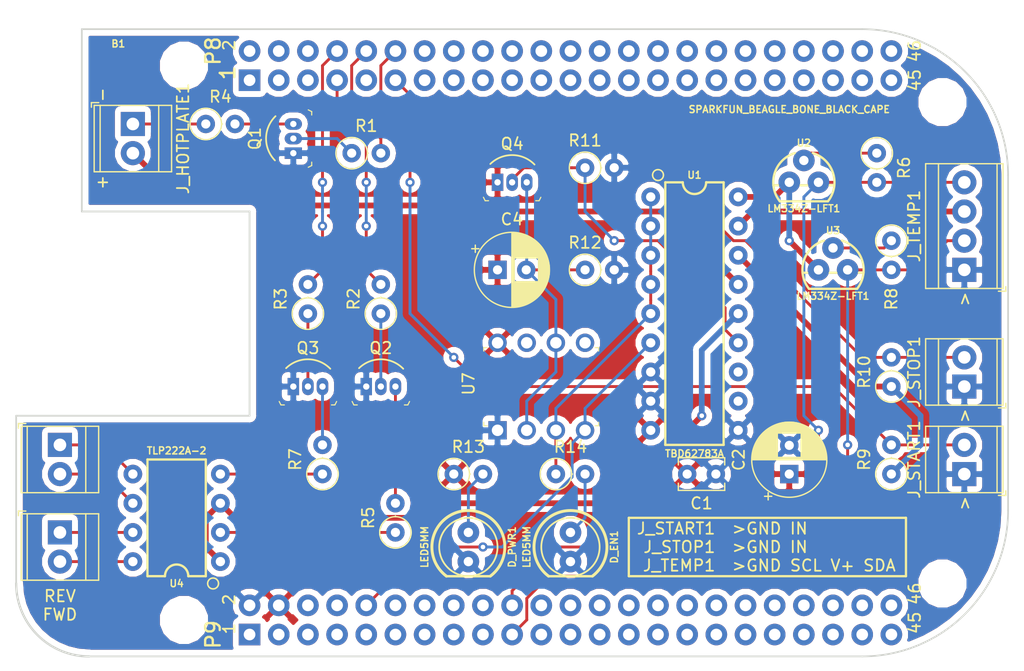
<source format=kicad_pcb>
(kicad_pcb (version 20171130) (host pcbnew 5.0.2+dfsg1-1~bpo9+1)
  (layers (0 F.Cu signal) (31 B.Cu signal) (34 B.Paste user) (35 F.Paste user) (36 B.SilkS user) (37 F.SilkS user) (38 B.Mask user) (39 F.Mask user) (44 Edge.Cuts user))
  (net 0 "")
  (net 1 "Net-(Q2-Pad2)")
  (net 2 "Net-(Q2-Pad3)")
  (net 3 GND)
  (net 4 "Net-(Q1-Pad3)")
  (net 5 "Net-(Q1-Pad2)")
  (net 6 "Net-(Q3-Pad2)")
  (net 7 "Net-(Q3-Pad3)")
  (net 8 /SCL_TEMP)
  (net 9 /VCC_TEMP)
  (net 10 /SDA_TEMP)
  (net 11 "Net-(J_CONVEYOR_FWD1-Pad1)")
  (net 12 "Net-(J_CONVEYOR_FWD1-Pad2)")
  (net 13 "Net-(J_CONVEYOR_REV1-Pad2)")
  (net 14 "Net-(J_CONVEYOR_REV1-Pad1)")
  (net 15 "Net-(J_HOTPLATE1-Pad1)")
  (net 16 /VCC_EN_HOTPLATE)
  (net 17 /GPIO_STOP)
  (net 18 /GPIO_START)
  (net 19 /VCC_PU_SMBUS)
  (net 20 "Net-(R8-Pad1)")
  (net 21 "Net-(R6-Pad1)")
  (net 22 /~SYS_RESET)
  (net 23 +3V3)
  (net 24 "Net-(U1-Pad11)")
  (net 25 "Net-(U1-Pad12)")
  (net 26 /VCC_EN_CONVEYOR)
  (net 27 /VCC_PU_BUTTON)
  (net 28 "Net-(R5-Pad1)")
  (net 29 "Net-(R7-Pad1)")
  (net 30 /GPIO_CONVEYOR_REV)
  (net 31 /GPIO_CONVEYOR_FWD)
  (net 32 /GPIO_HOTPLATE)
  (net 33 "Net-(B1-PadP8.1)")
  (net 34 "Net-(B1-PadP8.2)")
  (net 35 "Net-(B1-PadP8.3)")
  (net 36 "Net-(B1-PadP8.4)")
  (net 37 "Net-(B1-PadP8.5)")
  (net 38 "Net-(B1-PadP8.6)")
  (net 39 "Net-(B1-PadP8.9)")
  (net 40 "Net-(B1-PadP8.13)")
  (net 41 "Net-(B1-PadP8.14)")
  (net 42 "Net-(B1-PadP8.15)")
  (net 43 "Net-(B1-PadP8.16)")
  (net 44 "Net-(B1-PadP8.17)")
  (net 45 "Net-(B1-PadP8.18)")
  (net 46 "Net-(B1-PadP8.19)")
  (net 47 "Net-(B1-PadP8.20)")
  (net 48 "Net-(B1-PadP8.21)")
  (net 49 "Net-(B1-PadP8.22)")
  (net 50 "Net-(B1-PadP8.23)")
  (net 51 "Net-(B1-PadP8.24)")
  (net 52 "Net-(B1-PadP8.25)")
  (net 53 "Net-(B1-PadP8.26)")
  (net 54 "Net-(B1-PadP8.27)")
  (net 55 "Net-(B1-PadP8.28)")
  (net 56 "Net-(B1-PadP8.29)")
  (net 57 "Net-(B1-PadP8.30)")
  (net 58 "Net-(B1-PadP8.31)")
  (net 59 "Net-(B1-PadP8.32)")
  (net 60 "Net-(B1-PadP8.33)")
  (net 61 "Net-(B1-PadP8.34)")
  (net 62 "Net-(B1-PadP8.35)")
  (net 63 "Net-(B1-PadP8.36)")
  (net 64 "Net-(B1-PadP8.37)")
  (net 65 "Net-(B1-PadP8.38)")
  (net 66 "Net-(B1-PadP8.39)")
  (net 67 "Net-(B1-PadP8.40)")
  (net 68 "Net-(B1-PadP8.41)")
  (net 69 "Net-(B1-PadP8.42)")
  (net 70 "Net-(B1-PadP8.43)")
  (net 71 "Net-(B1-PadP8.44)")
  (net 72 "Net-(B1-PadP8.45)")
  (net 73 "Net-(B1-PadP8.46)")
  (net 74 "Net-(B1-PadP9.1)")
  (net 75 "Net-(B1-PadP9.3)")
  (net 76 "Net-(B1-PadP9.5)")
  (net 77 "Net-(B1-PadP9.6)")
  (net 78 "Net-(B1-PadP9.7)")
  (net 79 "Net-(B1-PadP9.8)")
  (net 80 "Net-(B1-PadP9.9)")
  (net 81 "Net-(B1-PadP9.11)")
  (net 82 "Net-(B1-PadP9.12)")
  (net 83 "Net-(B1-PadP9.13)")
  (net 84 "Net-(B1-PadP9.14)")
  (net 85 "Net-(B1-PadP9.15)")
  (net 86 "Net-(B1-PadP9.16)")
  (net 87 "Net-(B1-PadP9.17)")
  (net 88 "Net-(B1-PadP9.18)")
  (net 89 "Net-(B1-PadP9.21)")
  (net 90 "Net-(B1-PadP9.22)")
  (net 91 "Net-(B1-PadP9.23)")
  (net 92 "Net-(B1-PadP9.24)")
  (net 93 "Net-(B1-PadP9.25)")
  (net 94 "Net-(B1-PadP9.26)")
  (net 95 "Net-(B1-PadP9.27)")
  (net 96 "Net-(B1-PadP9.28)")
  (net 97 "Net-(B1-PadP9.29)")
  (net 98 "Net-(B1-PadP9.30)")
  (net 99 "Net-(B1-PadP9.31)")
  (net 100 "Net-(B1-PadP9.32)")
  (net 101 "Net-(B1-PadP9.33)")
  (net 102 "Net-(B1-PadP9.34)")
  (net 103 "Net-(B1-PadP9.35)")
  (net 104 "Net-(B1-PadP9.36)")
  (net 105 "Net-(B1-PadP9.37)")
  (net 106 "Net-(B1-PadP9.38)")
  (net 107 "Net-(B1-PadP9.39)")
  (net 108 "Net-(B1-PadP9.40)")
  (net 109 "Net-(B1-PadP9.41)")
  (net 110 "Net-(B1-PadP9.42)")
  (net 111 "Net-(B1-PadP9.43)")
  (net 112 "Net-(B1-PadP9.44)")
  (net 113 "Net-(B1-PadP9.45)")
  (net 114 "Net-(B1-PadP9.46)")
  (net 115 "Net-(Q4-Pad2)")
  (net 116 "Net-(C4-Pad2)")
  (net 117 /SYS_ENABLE)
  (net 118 "Net-(U7-Pad5)")
  (net 119 "Net-(U7-Pad7)")
  (net 120 "Net-(D_PWR1-PadA)")
  (net 121 "Net-(D_EN1-PadA)")
  (module LED_5MM (layer F.Cu) (at 142.24 111.125 270)
    (fp_text reference D_PWR1 (at 0 -3.81 270) (layer F.SilkS) (effects (font (size 0.6096 0.6096) (thickness 0.127))))
    (fp_text value LED5MM (at 0 3.81 270) (layer F.SilkS) (effects (font (size 0.6096 0.6096) (thickness 0.127))))
    (pad K thru_hole circle (at 1.27 0 270) (size 1.8796 1.8796) (drill 0.8128) (layers *.Cu *.Mask) (net 3 GND))
    (pad A thru_hole circle (at -1.27 0 270) (size 1.8796 1.8796) (drill 0.8128) (layers *.Cu *.Mask) (net 120 "Net-(D_PWR1-PadA)"))
  )
  (module LED_5MM (layer F.Cu) (at 151.13 111.125 270)
    (fp_text reference D_EN1 (at 0 -3.81 270) (layer F.SilkS) (effects (font (size 0.6096 0.6096) (thickness 0.127))))
    (fp_text value LED5MM (at 0 3.81 270) (layer F.SilkS) (effects (font (size 0.6096 0.6096) (thickness 0.127))))
    (pad A thru_hole circle (at -1.27 0 270) (size 1.8796 1.8796) (drill 0.8128) (layers *.Cu *.Mask) (net 121 "Net-(D_EN1-PadA)"))
    (pad K thru_hole circle (at 1.27 0 270) (size 1.8796 1.8796) (drill 0.8128) (layers *.Cu *.Mask) (net 3 GND))
  )
  (module Resistor_THT:R_Axial_DIN0207_L6.3mm_D2.5mm_P2.54mm_Vertical (layer F.Cu) (at 149.86 104.775)
    (fp_text reference R14 (at 1.27 -2.37) (layer F.SilkS))
    (fp_text value 180)
    (pad 2 thru_hole oval (at 2.54 0) (size 1.6 1.6) (drill 0.8) (layers *.Cu *.Mask) (net 121 "Net-(D_EN1-PadA)"))
    (pad 1 thru_hole circle (at 0 0) (size 1.6 1.6) (drill 0.8) (layers *.Cu *.Mask) (net 117 /SYS_ENABLE))
  )
  (module Resistor_THT:R_Axial_DIN0207_L6.3mm_D2.5mm_P2.54mm_Vertical (layer F.Cu) (at 140.97 104.775)
    (fp_text reference R13 (at 1.27 -2.37) (layer F.SilkS))
    (fp_text value 180)
    (pad 1 thru_hole circle (at 0 0) (size 1.6 1.6) (drill 0.8) (layers *.Cu *.Mask) (net 23 +3V3))
    (pad 2 thru_hole oval (at 2.54 0) (size 1.6 1.6) (drill 0.8) (layers *.Cu *.Mask) (net 120 "Net-(D_PWR1-PadA)"))
  )
  (module Capacitor_THT:CP_Radial_D6.3mm_P2.50mm (layer F.Cu) (at 144.78 86.995)
    (fp_text reference C4 (at 1.25 -4.4) (layer F.SilkS))
    (fp_text value 100u)
    (pad 1 thru_hole rect (at 0 0) (size 1.6 1.6) (drill 0.8) (layers *.Cu *.Mask) (net 23 +3V3))
    (pad 2 thru_hole circle (at 2.5 0) (size 1.6 1.6) (drill 0.8) (layers *.Cu *.Mask) (net 116 "Net-(C4-Pad2)"))
  )
  (module Resistor_THT:R_Axial_DIN0207_L6.3mm_D2.5mm_P2.54mm_Vertical (layer F.Cu) (at 152.4 78.105)
    (fp_text reference R11 (at 0 -2.37) (layer F.SilkS))
    (fp_text value 750)
    (pad 2 thru_hole oval (at 2.54 0) (size 1.6 1.6) (drill 0.8) (layers *.Cu *.Mask) (net 3 GND))
    (pad 1 thru_hole circle (at 0 0) (size 1.6 1.6) (drill 0.8) (layers *.Cu *.Mask) (net 115 "Net-(Q4-Pad2)"))
  )
  (module Resistor_THT:R_Axial_DIN0207_L6.3mm_D2.5mm_P2.54mm_Vertical (layer F.Cu) (at 152.4 86.995)
    (fp_text reference R12 (at 0 -2.37) (layer F.SilkS))
    (fp_text value 100K)
    (pad 1 thru_hole circle (at 0 0) (size 1.6 1.6) (drill 0.8) (layers *.Cu *.Mask) (net 116 "Net-(C4-Pad2)"))
    (pad 2 thru_hole oval (at 2.54 0) (size 1.6 1.6) (drill 0.8) (layers *.Cu *.Mask) (net 3 GND))
  )
  (module digikey-footprints:DIP-8_W7.62mm (layer F.Cu) (at 144.78 100.965 90)
    (fp_text reference U7 (at 4.05 -2.52 90) (layer F.SilkS))
    (fp_text value TLC555CP)
    (pad 1 thru_hole rect (at 0 0 90) (size 1.6 1.6) (drill 1) (layers *.Cu *.Mask) (net 3 GND))
    (pad 2 thru_hole circle (at 0 2.54 90) (size 1.6 1.6) (drill 1) (layers *.Cu *.Mask) (net 116 "Net-(C4-Pad2)"))
    (pad 3 thru_hole circle (at 0 5.08 90) (size 1.6 1.6) (drill 1) (layers *.Cu *.Mask) (net 117 /SYS_ENABLE))
    (pad 4 thru_hole circle (at 0 7.62 90) (size 1.6 1.6) (drill 1) (layers *.Cu *.Mask) (net 22 /~SYS_RESET))
    (pad 5 thru_hole circle (at 7.62 7.62 90) (size 1.6 1.6) (drill 1) (layers *.Cu *.Mask) (net 118 "Net-(U7-Pad5)"))
    (pad 6 thru_hole circle (at 7.62 5.08 90) (size 1.6 1.6) (drill 1) (layers *.Cu *.Mask) (net 116 "Net-(C4-Pad2)"))
    (pad 7 thru_hole circle (at 7.62 2.54 90) (size 1.6 1.6) (drill 1) (layers *.Cu *.Mask) (net 119 "Net-(U7-Pad7)"))
    (pad 8 thru_hole circle (at 7.62 0 90) (size 1.6 1.6) (drill 1) (layers *.Cu *.Mask) (net 23 +3V3))
  )
  (module digikey-footprints:TO-92-3 (layer F.Cu) (at 144.78 79.375)
    (fp_text reference Q4 (at 1.27 -3.35) (layer F.SilkS))
    (fp_text value 2N3906BU)
    (pad 2 thru_hole oval (at 1.27 0 180) (size 1 1.5) (drill 0.55) (layers *.Cu *.Mask) (net 115 "Net-(Q4-Pad2)"))
    (pad 3 thru_hole oval (at 2.54 0 180) (size 1 1.5) (drill 0.55) (layers *.Cu *.Mask) (net 116 "Net-(C4-Pad2)"))
    (pad 1 thru_hole rect (at 0 0 180) (size 1 1.5) (drill 0.55) (layers *.Cu *.Mask) (net 23 +3V3))
  )
  (module Silicon-Standard:TO-92 (layer F.Cu) (at 171.45 79.375)
    (fp_text reference U2 (at 0 -3.429) (layer F.SilkS) (effects (font (size 0.6096 0.6096) (thickness 0.127))))
    (fp_text value LM334Z-LFT1 (at 0 2.286) (layer F.SilkS) (effects (font (size 0.6096 0.6096) (thickness 0.127))))
    (pad 3 thru_hole circle (at 1.27 0) (size 1.8796 1.8796) (drill 0.8128) (layers *.Cu *.Mask) (net 10 /SDA_TEMP))
    (pad 2 thru_hole circle (at 0 -1.905) (size 1.8796 1.8796) (drill 0.8128) (layers *.Cu *.Mask) (net 21 "Net-(R6-Pad1)"))
    (pad 1 thru_hole circle (at -1.27 0) (size 1.8796 1.8796) (drill 0.8128) (layers *.Cu *.Mask) (net 19 /VCC_PU_SMBUS))
  )
  (module Capacitor_THT:CP_Radial_D6.3mm_P2.50mm (layer F.Cu) (at 170.18 104.775 90)
    (fp_text reference C2 (at 1.25 -4.4 90) (layer F.SilkS))
    (fp_text value 100u)
    (pad 1 thru_hole rect (at 0 0 90) (size 1.6 1.6) (drill 0.8) (layers *.Cu *.Mask) (net 23 +3V3))
    (pad 2 thru_hole circle (at 2.5 0 90) (size 1.6 1.6) (drill 0.8) (layers *.Cu *.Mask) (net 3 GND))
  )
  (module Capacitor_THT:C_Disc_D3.8mm_W2.6mm_P2.50mm (layer F.Cu) (at 163.79 104.775 180)
    (fp_text reference C1 (at 1.25 -2.55 180) (layer F.SilkS))
    (fp_text value 0.1u)
    (pad 1 thru_hole circle (at 0 0 180) (size 1.6 1.6) (drill 0.8) (layers *.Cu *.Mask) (net 3 GND))
    (pad 2 thru_hole circle (at 2.5 0 180) (size 1.6 1.6) (drill 0.8) (layers *.Cu *.Mask) (net 23 +3V3))
  )
  (module TerminalBlock_TE-Connectivity:TerminalBlock_TE_282834-2_1x02_P2.54mm_Horizontal (layer F.Cu) (at 185.42 104.775 90)
    (fp_text reference J_START1 (at 1.27 -4.37 90) (layer F.SilkS))
    (fp_text value Screw_Terminal_01x02)
    (pad 1 thru_hole rect (at 0 0 90) (size 2.1 2.1) (drill 1.1) (layers *.Cu *.Mask) (net 3 GND))
    (pad 2 thru_hole circle (at 2.54 0 90) (size 2.1 2.1) (drill 1.1) (layers *.Cu *.Mask) (net 17 /GPIO_STOP))
  )
  (module TerminalBlock_TE-Connectivity:TerminalBlock_TE_282834-2_1x02_P2.54mm_Horizontal (layer F.Cu) (at 113.03 74.295 270)
    (fp_text reference J_HOTPLATE1 (at 1.27 -4.37 270) (layer F.SilkS))
    (fp_text value Screw_Terminal_01x02)
    (pad 2 thru_hole circle (at 2.54 0 270) (size 2.1 2.1) (drill 1.1) (layers *.Cu *.Mask) (net 16 /VCC_EN_HOTPLATE))
    (pad 1 thru_hole rect (at 0 0 270) (size 2.1 2.1) (drill 1.1) (layers *.Cu *.Mask) (net 15 "Net-(J_HOTPLATE1-Pad1)"))
  )
  (module TerminalBlock_TE-Connectivity:TerminalBlock_TE_282834-2_1x02_P2.54mm_Horizontal (layer F.Cu) (at 106.68 102.235 270)
    (fp_text reference J_CONVEYOR_REV1 hide)
    (fp_text value Screw_Terminal_01x02)
    (pad 1 thru_hole rect (at 0 0 270) (size 2.1 2.1) (drill 1.1) (layers *.Cu *.Mask) (net 14 "Net-(J_CONVEYOR_REV1-Pad1)"))
    (pad 2 thru_hole circle (at 2.54 0 270) (size 2.1 2.1) (drill 1.1) (layers *.Cu *.Mask) (net 13 "Net-(J_CONVEYOR_REV1-Pad2)"))
  )
  (module TerminalBlock_TE-Connectivity:TerminalBlock_TE_282834-2_1x02_P2.54mm_Horizontal (layer F.Cu) (at 106.68 109.855 270)
    (fp_text reference J_CONVEYOR_FWD1 hide)
    (fp_text value Screw_Terminal_01x02)
    (pad 2 thru_hole circle (at 2.54 0 270) (size 2.1 2.1) (drill 1.1) (layers *.Cu *.Mask) (net 12 "Net-(J_CONVEYOR_FWD1-Pad2)"))
    (pad 1 thru_hole rect (at 0 0 270) (size 2.1 2.1) (drill 1.1) (layers *.Cu *.Mask) (net 11 "Net-(J_CONVEYOR_FWD1-Pad1)"))
  )
  (module TerminalBlock_TE-Connectivity:TerminalBlock_TE_282834-2_1x02_P2.54mm_Horizontal (layer F.Cu) (at 185.42 97.155 90)
    (fp_text reference J_STOP1 (at 1.27 -4.37 90) (layer F.SilkS))
    (fp_text value Screw_Terminal_01x02)
    (pad 1 thru_hole rect (at 0 0 90) (size 2.1 2.1) (drill 1.1) (layers *.Cu *.Mask) (net 3 GND))
    (pad 2 thru_hole circle (at 2.54 0 90) (size 2.1 2.1) (drill 1.1) (layers *.Cu *.Mask) (net 18 /GPIO_START))
  )
  (module TerminalBlock_TE-Connectivity:TerminalBlock_TE_282834-4_1x04_P2.54mm_Horizontal (layer F.Cu) (at 185.42 86.995 90)
    (fp_text reference J_TEMP1 (at 3.81 -4.37 90) (layer F.SilkS))
    (fp_text value Screw_Terminal_01x04)
    (pad 1 thru_hole rect (at 0 0 90) (size 2.1 2.1) (drill 1.1) (layers *.Cu *.Mask) (net 3 GND))
    (pad 2 thru_hole circle (at 2.54 0 90) (size 2.1 2.1) (drill 1.1) (layers *.Cu *.Mask) (net 8 /SCL_TEMP))
    (pad 3 thru_hole circle (at 5.08 0 90) (size 2.1 2.1) (drill 1.1) (layers *.Cu *.Mask) (net 9 /VCC_TEMP))
    (pad 4 thru_hole circle (at 7.62 0 90) (size 2.1 2.1) (drill 1.1) (layers *.Cu *.Mask) (net 10 /SDA_TEMP))
  )
  (module Resistor_THT:R_Axial_DIN0207_L6.3mm_D2.5mm_P2.54mm_Vertical (layer F.Cu) (at 119.38 74.295)
    (fp_text reference R4 (at 1.27 -2.37) (layer F.SilkS))
    (fp_text value 0R)
    (pad 2 thru_hole oval (at 2.54 0) (size 1.6 1.6) (drill 0.8) (layers *.Cu *.Mask) (net 4 "Net-(Q1-Pad3)"))
    (pad 1 thru_hole circle (at 0 0) (size 1.6 1.6) (drill 0.8) (layers *.Cu *.Mask) (net 15 "Net-(J_HOTPLATE1-Pad1)"))
  )
  (module Resistor_THT:R_Axial_DIN0207_L6.3mm_D2.5mm_P2.54mm_Vertical (layer F.Cu) (at 128.27 90.805 90)
    (fp_text reference R3 (at 1.27 -2.37 90) (layer F.SilkS))
    (fp_text value 24K)
    (pad 1 thru_hole circle (at 0 0 90) (size 1.6 1.6) (drill 0.8) (layers *.Cu *.Mask) (net 6 "Net-(Q3-Pad2)"))
    (pad 2 thru_hole oval (at 2.54 0 90) (size 1.6 1.6) (drill 0.8) (layers *.Cu *.Mask) (net 30 /GPIO_CONVEYOR_REV))
  )
  (module Resistor_THT:R_Axial_DIN0207_L6.3mm_D2.5mm_P2.54mm_Vertical (layer F.Cu) (at 134.62 90.805 90)
    (fp_text reference R2 (at 1.27 -2.37 90) (layer F.SilkS))
    (fp_text value 24K)
    (pad 2 thru_hole oval (at 2.54 0 90) (size 1.6 1.6) (drill 0.8) (layers *.Cu *.Mask) (net 31 /GPIO_CONVEYOR_FWD))
    (pad 1 thru_hole circle (at 0 0 90) (size 1.6 1.6) (drill 0.8) (layers *.Cu *.Mask) (net 1 "Net-(Q2-Pad2)"))
  )
  (module Resistor_THT:R_Axial_DIN0207_L6.3mm_D2.5mm_P2.54mm_Vertical (layer F.Cu) (at 135.89 109.855 90)
    (fp_text reference R5 (at 1.27 -2.37 90) (layer F.SilkS))
    (fp_text value 180)
    (pad 1 thru_hole circle (at 0 0 90) (size 1.6 1.6) (drill 0.8) (layers *.Cu *.Mask) (net 28 "Net-(R5-Pad1)"))
    (pad 2 thru_hole oval (at 2.54 0 90) (size 1.6 1.6) (drill 0.8) (layers *.Cu *.Mask) (net 2 "Net-(Q2-Pad3)"))
  )
  (module Resistor_THT:R_Axial_DIN0207_L6.3mm_D2.5mm_P2.54mm_Vertical (layer F.Cu) (at 177.8 76.835 270)
    (fp_text reference R6 (at 1.27 -2.37 270) (layer F.SilkS))
    (fp_text value 220R)
    (pad 2 thru_hole oval (at 2.54 0 270) (size 1.6 1.6) (drill 0.8) (layers *.Cu *.Mask) (net 10 /SDA_TEMP))
    (pad 1 thru_hole circle (at 0 0 270) (size 1.6 1.6) (drill 0.8) (layers *.Cu *.Mask) (net 21 "Net-(R6-Pad1)"))
  )
  (module Resistor_THT:R_Axial_DIN0207_L6.3mm_D2.5mm_P2.54mm_Vertical (layer F.Cu) (at 129.54 104.775 90)
    (fp_text reference R7 (at 1.27 -2.37 90) (layer F.SilkS))
    (fp_text value 180)
    (pad 1 thru_hole circle (at 0 0 90) (size 1.6 1.6) (drill 0.8) (layers *.Cu *.Mask) (net 29 "Net-(R7-Pad1)"))
    (pad 2 thru_hole oval (at 2.54 0 90) (size 1.6 1.6) (drill 0.8) (layers *.Cu *.Mask) (net 7 "Net-(Q3-Pad3)"))
  )
  (module Resistor_THT:R_Axial_DIN0207_L6.3mm_D2.5mm_P2.54mm_Vertical (layer F.Cu) (at 179.07 84.455 270)
    (fp_text reference R8 (at 5.08 0 270) (layer F.SilkS))
    (fp_text value 220R)
    (pad 2 thru_hole oval (at 2.54 0 270) (size 1.6 1.6) (drill 0.8) (layers *.Cu *.Mask) (net 8 /SCL_TEMP))
    (pad 1 thru_hole circle (at 0 0 270) (size 1.6 1.6) (drill 0.8) (layers *.Cu *.Mask) (net 20 "Net-(R8-Pad1)"))
  )
  (module Resistor_THT:R_Axial_DIN0207_L6.3mm_D2.5mm_P2.54mm_Vertical (layer F.Cu) (at 179.07 104.775 90)
    (fp_text reference R9 (at 1.27 -2.37 90) (layer F.SilkS))
    (fp_text value 24K)
    (pad 1 thru_hole circle (at 0 0 90) (size 1.6 1.6) (drill 0.8) (layers *.Cu *.Mask) (net 27 /VCC_PU_BUTTON))
    (pad 2 thru_hole oval (at 2.54 0 90) (size 1.6 1.6) (drill 0.8) (layers *.Cu *.Mask) (net 17 /GPIO_STOP))
  )
  (module Resistor_THT:R_Axial_DIN0207_L6.3mm_D2.5mm_P2.54mm_Vertical (layer F.Cu) (at 179.07 97.155 90)
    (fp_text reference R10 (at 1.27 -2.37 90) (layer F.SilkS))
    (fp_text value 24K)
    (pad 2 thru_hole oval (at 2.54 0 90) (size 1.6 1.6) (drill 0.8) (layers *.Cu *.Mask) (net 18 /GPIO_START))
    (pad 1 thru_hole circle (at 0 0 90) (size 1.6 1.6) (drill 0.8) (layers *.Cu *.Mask) (net 27 /VCC_PU_BUTTON))
  )
  (module Resistor_THT:R_Axial_DIN0207_L6.3mm_D2.5mm_P2.54mm_Vertical (layer F.Cu) (at 132.08 76.835)
    (fp_text reference R1 (at 1.27 -2.37) (layer F.SilkS))
    (fp_text value 24K)
    (pad 1 thru_hole circle (at 0 0) (size 1.6 1.6) (drill 0.8) (layers *.Cu *.Mask) (net 5 "Net-(Q1-Pad2)"))
    (pad 2 thru_hole oval (at 2.54 0) (size 1.6 1.6) (drill 0.8) (layers *.Cu *.Mask) (net 32 /GPIO_HOTPLATE))
  )
  (module Boards:BEAGLE_BONE_BLACK_CAPE (layer F.Cu) (at 147.32 91.44)
    (fp_text reference B1 (at -35.56 -24.13) (layer F.SilkS) (effects (font (size 0.6096 0.6096) (thickness 0.127))))
    (fp_text value SPARKFUN_BEAGLE_BONE_BLACK_CAPE (at 22.86 -18.415) (layer F.SilkS) (effects (font (size 0.6096 0.6096) (thickness 0.127))))
    (fp_text user 1 (at -26.035 -21.59 90) (layer F.SilkS) (effects (font (size 1.27 1.27) (thickness 0.2032))))
    (fp_text user 2 (at -25.908 -24.003 90) (layer F.SilkS) (effects (font (size 1.016 1.016) (thickness 0.1524))))
    (fp_text user P8 (at -27.305 -23.495 90) (layer F.SilkS) (effects (font (size 1.27 1.27) (thickness 0.2032))))
    (fp_text user 45 (at 33.782 -20.955 90) (layer F.SilkS) (effects (font (size 1.016 1.016) (thickness 0.1524))))
    (fp_text user 46 (at 33.782 -23.495 90) (layer F.SilkS) (effects (font (size 1.016 1.016) (thickness 0.1524))))
    (fp_text user 46 (at 33.782 23.749 90) (layer F.SilkS) (effects (font (size 1.016 1.016) (thickness 0.1524))))
    (fp_text user 45 (at 33.782 26.289 90) (layer F.SilkS) (effects (font (size 1.016 1.016) (thickness 0.1524))))
    (fp_text user 1 (at -25.908 26.797 90) (layer F.SilkS) (effects (font (size 1.016 1.016) (thickness 0.1524))))
    (fp_text user 2 (at -25.908 24.257 90) (layer F.SilkS) (effects (font (size 1.016 1.016) (thickness 0.1524))))
    (fp_text user P9 (at -27.305 27.305 90) (layer F.SilkS) (effects (font (size 1.27 1.27) (thickness 0.2032))))
    (pad P8.1 thru_hole rect (at -24.13 -20.955) (size 1.8796 1.8796) (drill 1.016) (layers *.Cu *.Mask) (net 33 "Net-(B1-PadP8.1)"))
    (pad P8.2 thru_hole circle (at -24.13 -23.495) (size 1.8796 1.8796) (drill 1.016) (layers *.Cu *.Mask) (net 34 "Net-(B1-PadP8.2)"))
    (pad P8.3 thru_hole circle (at -21.59 -20.955) (size 1.8796 1.8796) (drill 1.016) (layers *.Cu *.Mask) (net 35 "Net-(B1-PadP8.3)"))
    (pad P8.4 thru_hole circle (at -21.59 -23.495) (size 1.8796 1.8796) (drill 1.016) (layers *.Cu *.Mask) (net 36 "Net-(B1-PadP8.4)"))
    (pad P8.5 thru_hole circle (at -19.05 -20.955) (size 1.8796 1.8796) (drill 1.016) (layers *.Cu *.Mask) (net 37 "Net-(B1-PadP8.5)"))
    (pad P8.6 thru_hole circle (at -19.05 -23.495) (size 1.8796 1.8796) (drill 1.016) (layers *.Cu *.Mask) (net 38 "Net-(B1-PadP8.6)"))
    (pad P8.7 thru_hole circle (at -16.51 -20.955) (size 1.8796 1.8796) (drill 1.016) (layers *.Cu *.Mask) (net 31 /GPIO_CONVEYOR_FWD))
    (pad P8.8 thru_hole circle (at -16.51 -23.495) (size 1.8796 1.8796) (drill 1.016) (layers *.Cu *.Mask) (net 30 /GPIO_CONVEYOR_REV))
    (pad P8.9 thru_hole circle (at -13.97 -20.955) (size 1.8796 1.8796) (drill 1.016) (layers *.Cu *.Mask) (net 39 "Net-(B1-PadP8.9)"))
    (pad P8.10 thru_hole circle (at -13.97 -23.495) (size 1.8796 1.8796) (drill 1.016) (layers *.Cu *.Mask) (net 32 /GPIO_HOTPLATE))
    (pad P8.11 thru_hole circle (at -11.43 -20.955) (size 1.8796 1.8796) (drill 1.016) (layers *.Cu *.Mask) (net 18 /GPIO_START))
    (pad P8.12 thru_hole circle (at -11.43 -23.495) (size 1.8796 1.8796) (drill 1.016) (layers *.Cu *.Mask) (net 17 /GPIO_STOP))
    (pad P8.13 thru_hole circle (at -8.89 -20.955) (size 1.8796 1.8796) (drill 1.016) (layers *.Cu *.Mask) (net 40 "Net-(B1-PadP8.13)"))
    (pad P8.14 thru_hole circle (at -8.89 -23.495) (size 1.8796 1.8796) (drill 1.016) (layers *.Cu *.Mask) (net 41 "Net-(B1-PadP8.14)"))
    (pad P8.15 thru_hole circle (at -6.35 -20.955) (size 1.8796 1.8796) (drill 1.016) (layers *.Cu *.Mask) (net 42 "Net-(B1-PadP8.15)"))
    (pad P8.16 thru_hole circle (at -6.35 -23.495) (size 1.8796 1.8796) (drill 1.016) (layers *.Cu *.Mask) (net 43 "Net-(B1-PadP8.16)"))
    (pad P8.17 thru_hole circle (at -3.81 -20.955) (size 1.8796 1.8796) (drill 1.016) (layers *.Cu *.Mask) (net 44 "Net-(B1-PadP8.17)"))
    (pad P8.18 thru_hole circle (at -3.81 -23.495) (size 1.8796 1.8796) (drill 1.016) (layers *.Cu *.Mask) (net 45 "Net-(B1-PadP8.18)"))
    (pad P8.19 thru_hole circle (at -1.27 -20.955) (size 1.8796 1.8796) (drill 1.016) (layers *.Cu *.Mask) (net 46 "Net-(B1-PadP8.19)"))
    (pad P8.20 thru_hole circle (at -1.27 -23.495) (size 1.8796 1.8796) (drill 1.016) (layers *.Cu *.Mask) (net 47 "Net-(B1-PadP8.20)"))
    (pad P8.21 thru_hole circle (at 1.27 -20.955) (size 1.8796 1.8796) (drill 1.016) (layers *.Cu *.Mask) (net 48 "Net-(B1-PadP8.21)"))
    (pad P8.22 thru_hole circle (at 1.27 -23.495) (size 1.8796 1.8796) (drill 1.016) (layers *.Cu *.Mask) (net 49 "Net-(B1-PadP8.22)"))
    (pad P8.23 thru_hole circle (at 3.81 -20.955) (size 1.8796 1.8796) (drill 1.016) (layers *.Cu *.Mask) (net 50 "Net-(B1-PadP8.23)"))
    (pad P8.24 thru_hole circle (at 3.81 -23.495) (size 1.8796 1.8796) (drill 1.016) (layers *.Cu *.Mask) (net 51 "Net-(B1-PadP8.24)"))
    (pad P8.25 thru_hole circle (at 6.35 -20.955) (size 1.8796 1.8796) (drill 1.016) (layers *.Cu *.Mask) (net 52 "Net-(B1-PadP8.25)"))
    (pad P8.26 thru_hole circle (at 6.35 -23.495) (size 1.8796 1.8796) (drill 1.016) (layers *.Cu *.Mask) (net 53 "Net-(B1-PadP8.26)"))
    (pad P8.27 thru_hole circle (at 8.89 -20.955) (size 1.8796 1.8796) (drill 1.016) (layers *.Cu *.Mask) (net 54 "Net-(B1-PadP8.27)"))
    (pad P8.28 thru_hole circle (at 8.89 -23.495) (size 1.8796 1.8796) (drill 1.016) (layers *.Cu *.Mask) (net 55 "Net-(B1-PadP8.28)"))
    (pad P8.29 thru_hole circle (at 11.43 -20.955) (size 1.8796 1.8796) (drill 1.016) (layers *.Cu *.Mask) (net 56 "Net-(B1-PadP8.29)"))
    (pad P8.30 thru_hole circle (at 11.43 -23.495) (size 1.8796 1.8796) (drill 1.016) (layers *.Cu *.Mask) (net 57 "Net-(B1-PadP8.30)"))
    (pad P8.31 thru_hole circle (at 13.97 -20.955) (size 1.8796 1.8796) (drill 1.016) (layers *.Cu *.Mask) (net 58 "Net-(B1-PadP8.31)"))
    (pad P8.32 thru_hole circle (at 13.97 -23.495) (size 1.8796 1.8796) (drill 1.016) (layers *.Cu *.Mask) (net 59 "Net-(B1-PadP8.32)"))
    (pad P8.33 thru_hole circle (at 16.51 -20.955) (size 1.8796 1.8796) (drill 1.016) (layers *.Cu *.Mask) (net 60 "Net-(B1-PadP8.33)"))
    (pad P8.34 thru_hole circle (at 16.51 -23.495) (size 1.8796 1.8796) (drill 1.016) (layers *.Cu *.Mask) (net 61 "Net-(B1-PadP8.34)"))
    (pad P8.35 thru_hole circle (at 19.05 -20.955) (size 1.8796 1.8796) (drill 1.016) (layers *.Cu *.Mask) (net 62 "Net-(B1-PadP8.35)"))
    (pad P8.36 thru_hole circle (at 19.05 -23.495) (size 1.8796 1.8796) (drill 1.016) (layers *.Cu *.Mask) (net 63 "Net-(B1-PadP8.36)"))
    (pad P8.37 thru_hole circle (at 21.59 -20.955) (size 1.8796 1.8796) (drill 1.016) (layers *.Cu *.Mask) (net 64 "Net-(B1-PadP8.37)"))
    (pad P8.38 thru_hole circle (at 21.59 -23.495) (size 1.8796 1.8796) (drill 1.016) (layers *.Cu *.Mask) (net 65 "Net-(B1-PadP8.38)"))
    (pad P8.39 thru_hole circle (at 24.13 -20.955) (size 1.8796 1.8796) (drill 1.016) (layers *.Cu *.Mask) (net 66 "Net-(B1-PadP8.39)"))
    (pad P8.40 thru_hole circle (at 24.13 -23.495) (size 1.8796 1.8796) (drill 1.016) (layers *.Cu *.Mask) (net 67 "Net-(B1-PadP8.40)"))
    (pad P8.41 thru_hole circle (at 26.67 -20.955) (size 1.8796 1.8796) (drill 1.016) (layers *.Cu *.Mask) (net 68 "Net-(B1-PadP8.41)"))
    (pad P8.42 thru_hole circle (at 26.67 -23.495) (size 1.8796 1.8796) (drill 1.016) (layers *.Cu *.Mask) (net 69 "Net-(B1-PadP8.42)"))
    (pad P8.43 thru_hole circle (at 29.21 -20.955) (size 1.8796 1.8796) (drill 1.016) (layers *.Cu *.Mask) (net 70 "Net-(B1-PadP8.43)"))
    (pad P8.44 thru_hole circle (at 29.21 -23.495) (size 1.8796 1.8796) (drill 1.016) (layers *.Cu *.Mask) (net 71 "Net-(B1-PadP8.44)"))
    (pad P8.45 thru_hole circle (at 31.75 -20.955) (size 1.8796 1.8796) (drill 1.016) (layers *.Cu *.Mask) (net 72 "Net-(B1-PadP8.45)"))
    (pad P8.46 thru_hole circle (at 31.75 -23.495) (size 1.8796 1.8796) (drill 1.016) (layers *.Cu *.Mask) (net 73 "Net-(B1-PadP8.46)"))
    (pad P9.1 thru_hole rect (at -24.13 27.305) (size 1.8796 1.8796) (drill 1.016) (layers *.Cu *.Mask) (net 74 "Net-(B1-PadP9.1)"))
    (pad P9.2 thru_hole circle (at -24.13 24.765) (size 1.8796 1.8796) (drill 1.016) (layers *.Cu *.Mask) (net 3 GND))
    (pad P9.3 thru_hole circle (at -21.59 27.305) (size 1.8796 1.8796) (drill 1.016) (layers *.Cu *.Mask) (net 75 "Net-(B1-PadP9.3)"))
    (pad P9.4 thru_hole circle (at -21.59 24.765) (size 1.8796 1.8796) (drill 1.016) (layers *.Cu *.Mask) (net 23 +3V3))
    (pad P9.5 thru_hole circle (at -19.05 27.305) (size 1.8796 1.8796) (drill 1.016) (layers *.Cu *.Mask) (net 76 "Net-(B1-PadP9.5)"))
    (pad P9.6 thru_hole circle (at -19.05 24.765) (size 1.8796 1.8796) (drill 1.016) (layers *.Cu *.Mask) (net 77 "Net-(B1-PadP9.6)"))
    (pad P9.7 thru_hole circle (at -16.51 27.305) (size 1.8796 1.8796) (drill 1.016) (layers *.Cu *.Mask) (net 78 "Net-(B1-PadP9.7)"))
    (pad P9.8 thru_hole circle (at -16.51 24.765) (size 1.8796 1.8796) (drill 1.016) (layers *.Cu *.Mask) (net 79 "Net-(B1-PadP9.8)"))
    (pad P9.9 thru_hole circle (at -13.97 27.305) (size 1.8796 1.8796) (drill 1.016) (layers *.Cu *.Mask) (net 80 "Net-(B1-PadP9.9)"))
    (pad P9.10 thru_hole circle (at -13.97 24.765) (size 1.8796 1.8796) (drill 1.016) (layers *.Cu *.Mask) (net 22 /~SYS_RESET))
    (pad P9.11 thru_hole circle (at -11.43 27.305) (size 1.8796 1.8796) (drill 1.016) (layers *.Cu *.Mask) (net 81 "Net-(B1-PadP9.11)"))
    (pad P9.12 thru_hole circle (at -11.43 24.765) (size 1.8796 1.8796) (drill 1.016) (layers *.Cu *.Mask) (net 82 "Net-(B1-PadP9.12)"))
    (pad P9.13 thru_hole circle (at -8.89 27.305) (size 1.8796 1.8796) (drill 1.016) (layers *.Cu *.Mask) (net 83 "Net-(B1-PadP9.13)"))
    (pad P9.14 thru_hole circle (at -8.89 24.765) (size 1.8796 1.8796) (drill 1.016) (layers *.Cu *.Mask) (net 84 "Net-(B1-PadP9.14)"))
    (pad P9.15 thru_hole circle (at -6.35 27.305) (size 1.8796 1.8796) (drill 1.016) (layers *.Cu *.Mask) (net 85 "Net-(B1-PadP9.15)"))
    (pad P9.16 thru_hole circle (at -6.35 24.765) (size 1.8796 1.8796) (drill 1.016) (layers *.Cu *.Mask) (net 86 "Net-(B1-PadP9.16)"))
    (pad P9.17 thru_hole circle (at -3.81 27.305) (size 1.8796 1.8796) (drill 1.016) (layers *.Cu *.Mask) (net 87 "Net-(B1-PadP9.17)"))
    (pad P9.18 thru_hole circle (at -3.81 24.765) (size 1.8796 1.8796) (drill 1.016) (layers *.Cu *.Mask) (net 88 "Net-(B1-PadP9.18)"))
    (pad P9.19 thru_hole circle (at -1.27 27.305) (size 1.8796 1.8796) (drill 1.016) (layers *.Cu *.Mask) (net 8 /SCL_TEMP))
    (pad P9.20 thru_hole circle (at -1.27 24.765) (size 1.8796 1.8796) (drill 1.016) (layers *.Cu *.Mask) (net 10 /SDA_TEMP))
    (pad P9.21 thru_hole circle (at 1.27 27.305) (size 1.8796 1.8796) (drill 1.016) (layers *.Cu *.Mask) (net 89 "Net-(B1-PadP9.21)"))
    (pad P9.22 thru_hole circle (at 1.27 24.765) (size 1.8796 1.8796) (drill 1.016) (layers *.Cu *.Mask) (net 90 "Net-(B1-PadP9.22)"))
    (pad P9.23 thru_hole circle (at 3.81 27.305) (size 1.8796 1.8796) (drill 1.016) (layers *.Cu *.Mask) (net 91 "Net-(B1-PadP9.23)"))
    (pad P9.24 thru_hole circle (at 3.81 24.765) (size 1.8796 1.8796) (drill 1.016) (layers *.Cu *.Mask) (net 92 "Net-(B1-PadP9.24)"))
    (pad P9.25 thru_hole circle (at 6.35 27.305) (size 1.8796 1.8796) (drill 1.016) (layers *.Cu *.Mask) (net 93 "Net-(B1-PadP9.25)"))
    (pad P9.26 thru_hole circle (at 6.35 24.765) (size 1.8796 1.8796) (drill 1.016) (layers *.Cu *.Mask) (net 94 "Net-(B1-PadP9.26)"))
    (pad P9.27 thru_hole circle (at 8.89 27.305) (size 1.8796 1.8796) (drill 1.016) (layers *.Cu *.Mask) (net 95 "Net-(B1-PadP9.27)"))
    (pad P9.28 thru_hole circle (at 8.89 24.765) (size 1.8796 1.8796) (drill 1.016) (layers *.Cu *.Mask) (net 96 "Net-(B1-PadP9.28)"))
    (pad P9.29 thru_hole circle (at 11.43 27.305) (size 1.8796 1.8796) (drill 1.016) (layers *.Cu *.Mask) (net 97 "Net-(B1-PadP9.29)"))
    (pad P9.30 thru_hole circle (at 11.43 24.765) (size 1.8796 1.8796) (drill 1.016) (layers *.Cu *.Mask) (net 98 "Net-(B1-PadP9.30)"))
    (pad P9.31 thru_hole circle (at 13.97 27.305) (size 1.8796 1.8796) (drill 1.016) (layers *.Cu *.Mask) (net 99 "Net-(B1-PadP9.31)"))
    (pad P9.32 thru_hole circle (at 13.97 24.765) (size 1.8796 1.8796) (drill 1.016) (layers *.Cu *.Mask) (net 100 "Net-(B1-PadP9.32)"))
    (pad P9.33 thru_hole circle (at 16.51 27.305) (size 1.8796 1.8796) (drill 1.016) (layers *.Cu *.Mask) (net 101 "Net-(B1-PadP9.33)"))
    (pad P9.34 thru_hole circle (at 16.51 24.765) (size 1.8796 1.8796) (drill 1.016) (layers *.Cu *.Mask) (net 102 "Net-(B1-PadP9.34)"))
    (pad P9.35 thru_hole circle (at 19.05 27.305) (size 1.8796 1.8796) (drill 1.016) (layers *.Cu *.Mask) (net 103 "Net-(B1-PadP9.35)"))
    (pad P9.36 thru_hole circle (at 19.05 24.765) (size 1.8796 1.8796) (drill 1.016) (layers *.Cu *.Mask) (net 104 "Net-(B1-PadP9.36)"))
    (pad P9.37 thru_hole circle (at 21.59 27.305) (size 1.8796 1.8796) (drill 1.016) (layers *.Cu *.Mask) (net 105 "Net-(B1-PadP9.37)"))
    (pad P9.38 thru_hole circle (at 21.59 24.765) (size 1.8796 1.8796) (drill 1.016) (layers *.Cu *.Mask) (net 106 "Net-(B1-PadP9.38)"))
    (pad P9.39 thru_hole circle (at 24.13 27.305) (size 1.8796 1.8796) (drill 1.016) (layers *.Cu *.Mask) (net 107 "Net-(B1-PadP9.39)"))
    (pad P9.40 thru_hole circle (at 24.13 24.765) (size 1.8796 1.8796) (drill 1.016) (layers *.Cu *.Mask) (net 108 "Net-(B1-PadP9.40)"))
    (pad P9.41 thru_hole circle (at 26.67 27.305) (size 1.8796 1.8796) (drill 1.016) (layers *.Cu *.Mask) (net 109 "Net-(B1-PadP9.41)"))
    (pad P9.42 thru_hole circle (at 26.67 24.765) (size 1.8796 1.8796) (drill 1.016) (layers *.Cu *.Mask) (net 110 "Net-(B1-PadP9.42)"))
    (pad P9.43 thru_hole circle (at 29.21 27.305) (size 1.8796 1.8796) (drill 1.016) (layers *.Cu *.Mask) (net 111 "Net-(B1-PadP9.43)"))
    (pad P9.44 thru_hole circle (at 29.21 24.765) (size 1.8796 1.8796) (drill 1.016) (layers *.Cu *.Mask) (net 112 "Net-(B1-PadP9.44)"))
    (pad P9.45 thru_hole circle (at 31.75 27.305) (size 1.8796 1.8796) (drill 1.016) (layers *.Cu *.Mask) (net 113 "Net-(B1-PadP9.45)"))
    (pad P9.46 thru_hole circle (at 31.75 24.765) (size 1.8796 1.8796) (drill 1.016) (layers *.Cu *.Mask) (net 114 "Net-(B1-PadP9.46)"))
    (pad "" np_thru_hole circle (at -29.845 26.035) (size 3.175 3.175) (drill 3.175) (layers *.Cu *.Mask))
    (pad "" np_thru_hole circle (at 36.195 22.86) (size 3.175 3.175) (drill 3.175) (layers *.Cu *.Mask))
    (pad "" np_thru_hole circle (at 36.195 -19.05) (size 3.175 3.175) (drill 3.175) (layers *.Cu *.Mask))
    (pad "" np_thru_hole circle (at -29.845 -22.225) (size 3.175 3.175) (drill 3.175) (layers *.Cu *.Mask))
  )
  (module digikey-footprints:TO-92-3 (layer F.Cu) (at 127 76.835 90)
    (fp_text reference Q1 (at 1.27 -3.35 90) (layer F.SilkS))
    (fp_text value 2N3904BU)
    (pad 1 thru_hole rect (at 0 0 270) (size 1 1.5) (drill 0.55) (layers *.Cu *.Mask) (net 3 GND))
    (pad 3 thru_hole oval (at 2.54 0 270) (size 1 1.5) (drill 0.55) (layers *.Cu *.Mask) (net 4 "Net-(Q1-Pad3)"))
    (pad 2 thru_hole oval (at 1.27 0 270) (size 1 1.5) (drill 0.55) (layers *.Cu *.Mask) (net 5 "Net-(Q1-Pad2)"))
  )
  (module digikey-footprints:TO-92-3 (layer F.Cu) (at 133.35 97.155)
    (fp_text reference Q2 (at 1.27 -3.35) (layer F.SilkS))
    (fp_text value 2N3904BU)
    (pad 1 thru_hole rect (at 0 0 180) (size 1 1.5) (drill 0.55) (layers *.Cu *.Mask) (net 3 GND))
    (pad 3 thru_hole oval (at 2.54 0 180) (size 1 1.5) (drill 0.55) (layers *.Cu *.Mask) (net 2 "Net-(Q2-Pad3)"))
    (pad 2 thru_hole oval (at 1.27 0 180) (size 1 1.5) (drill 0.55) (layers *.Cu *.Mask) (net 1 "Net-(Q2-Pad2)"))
  )
  (module digikey-footprints:TO-92-3 (layer F.Cu) (at 127 97.155)
    (fp_text reference Q3 (at 1.27 -3.35) (layer F.SilkS))
    (fp_text value 2N3904BU)
    (pad 1 thru_hole rect (at 0 0 180) (size 1 1.5) (drill 0.55) (layers *.Cu *.Mask) (net 3 GND))
    (pad 3 thru_hole oval (at 2.54 0 180) (size 1 1.5) (drill 0.55) (layers *.Cu *.Mask) (net 7 "Net-(Q3-Pad3)"))
    (pad 2 thru_hole oval (at 1.27 0 180) (size 1 1.5) (drill 0.55) (layers *.Cu *.Mask) (net 6 "Net-(Q3-Pad2)"))
  )
  (module Silicon-Standard:DIP08 (layer F.Cu) (at 116.84 108.585 90)
    (fp_text reference U4 (at -5.715 0 -180) (layer F.SilkS) (effects (font (size 0.6096 0.6096) (thickness 0.127))))
    (fp_text value TLP222A-2 (at 5.842 0 -180) (layer F.SilkS) (effects (font (size 0.6096 0.6096) (thickness 0.127))))
    (pad 1 thru_hole circle (at -3.81 3.81 90) (size 1.6256 1.6256) (drill 0.8128) (layers *.Cu *.Mask) (net 26 /VCC_EN_CONVEYOR))
    (pad 2 thru_hole circle (at -1.27 3.81 90) (size 1.6256 1.6256) (drill 0.8128) (layers *.Cu *.Mask) (net 28 "Net-(R5-Pad1)"))
    (pad 3 thru_hole circle (at 1.27 3.81 90) (size 1.6256 1.6256) (drill 0.8128) (layers *.Cu *.Mask) (net 26 /VCC_EN_CONVEYOR))
    (pad 4 thru_hole circle (at 3.81 3.81 90) (size 1.6256 1.6256) (drill 0.8128) (layers *.Cu *.Mask) (net 29 "Net-(R7-Pad1)"))
    (pad 5 thru_hole circle (at 3.81 -3.81 90) (size 1.6256 1.6256) (drill 0.8128) (layers *.Cu *.Mask) (net 14 "Net-(J_CONVEYOR_REV1-Pad1)"))
    (pad 6 thru_hole circle (at 1.27 -3.81 90) (size 1.6256 1.6256) (drill 0.8128) (layers *.Cu *.Mask) (net 13 "Net-(J_CONVEYOR_REV1-Pad2)"))
    (pad 7 thru_hole circle (at -1.27 -3.81 90) (size 1.6256 1.6256) (drill 0.8128) (layers *.Cu *.Mask) (net 11 "Net-(J_CONVEYOR_FWD1-Pad1)"))
    (pad 8 thru_hole circle (at -3.81 -3.81 90) (size 1.6256 1.6256) (drill 0.8128) (layers *.Cu *.Mask) (net 12 "Net-(J_CONVEYOR_FWD1-Pad2)"))
  )
  (module Silicon-Standard:DIP18 (layer F.Cu) (at 161.925 90.805 270)
    (fp_text reference U1 (at -12.065 0) (layer F.SilkS) (effects (font (size 0.6096 0.6096) (thickness 0.127))))
    (fp_text value TBD62783A (at 12.192 0) (layer F.SilkS) (effects (font (size 0.6096 0.6096) (thickness 0.127))))
    (pad 1 thru_hole circle (at -10.16 3.81 270) (size 1.6256 1.6256) (drill 0.8128) (layers *.Cu *.Mask) (net 117 /SYS_ENABLE))
    (pad 2 thru_hole circle (at -7.62 3.81 270) (size 1.6256 1.6256) (drill 0.8128) (layers *.Cu *.Mask) (net 117 /SYS_ENABLE))
    (pad 3 thru_hole circle (at -5.08 3.81 270) (size 1.6256 1.6256) (drill 0.8128) (layers *.Cu *.Mask) (net 117 /SYS_ENABLE))
    (pad 4 thru_hole circle (at -2.54 3.81 270) (size 1.6256 1.6256) (drill 0.8128) (layers *.Cu *.Mask) (net 117 /SYS_ENABLE))
    (pad 5 thru_hole circle (at 0 3.81 270) (size 1.6256 1.6256) (drill 0.8128) (layers *.Cu *.Mask) (net 117 /SYS_ENABLE))
    (pad 6 thru_hole circle (at 2.54 3.81 270) (size 1.6256 1.6256) (drill 0.8128) (layers *.Cu *.Mask) (net 22 /~SYS_RESET))
    (pad 7 thru_hole circle (at 5.08 3.81 270) (size 1.6256 1.6256) (drill 0.8128) (layers *.Cu *.Mask) (net 3 GND))
    (pad 8 thru_hole circle (at 7.62 3.81 270) (size 1.6256 1.6256) (drill 0.8128) (layers *.Cu *.Mask) (net 3 GND))
    (pad 9 thru_hole circle (at 10.16 3.81 270) (size 1.6256 1.6256) (drill 0.8128) (layers *.Cu *.Mask) (net 23 +3V3))
    (pad 10 thru_hole circle (at 10.16 -3.81 270) (size 1.6256 1.6256) (drill 0.8128) (layers *.Cu *.Mask) (net 3 GND))
    (pad 11 thru_hole circle (at 7.62 -3.81 270) (size 1.6256 1.6256) (drill 0.8128) (layers *.Cu *.Mask) (net 24 "Net-(U1-Pad11)"))
    (pad 12 thru_hole circle (at 5.08 -3.81 270) (size 1.6256 1.6256) (drill 0.8128) (layers *.Cu *.Mask) (net 25 "Net-(U1-Pad12)"))
    (pad 13 thru_hole circle (at 2.54 -3.81 270) (size 1.6256 1.6256) (drill 0.8128) (layers *.Cu *.Mask) (net 115 "Net-(Q4-Pad2)"))
    (pad 14 thru_hole circle (at 0 -3.81 270) (size 1.6256 1.6256) (drill 0.8128) (layers *.Cu *.Mask) (net 26 /VCC_EN_CONVEYOR))
    (pad 15 thru_hole circle (at -2.54 -3.81 270) (size 1.6256 1.6256) (drill 0.8128) (layers *.Cu *.Mask) (net 16 /VCC_EN_HOTPLATE))
    (pad 16 thru_hole circle (at -5.08 -3.81 270) (size 1.6256 1.6256) (drill 0.8128) (layers *.Cu *.Mask) (net 27 /VCC_PU_BUTTON))
    (pad 17 thru_hole circle (at -7.62 -3.81 270) (size 1.6256 1.6256) (drill 0.8128) (layers *.Cu *.Mask) (net 9 /VCC_TEMP))
    (pad 18 thru_hole circle (at -10.16 -3.81 270) (size 1.6256 1.6256) (drill 0.8128) (layers *.Cu *.Mask) (net 19 /VCC_PU_SMBUS))
  )
  (module Silicon-Standard:TO-92 (layer F.Cu) (at 173.99 86.995)
    (fp_text reference U3 (at 0 -3.429) (layer F.SilkS) (effects (font (size 0.6096 0.6096) (thickness 0.127))))
    (fp_text value LM334Z-LFT1 (at 0 2.286) (layer F.SilkS) (effects (font (size 0.6096 0.6096) (thickness 0.127))))
    (pad 1 thru_hole circle (at -1.27 0) (size 1.8796 1.8796) (drill 0.8128) (layers *.Cu *.Mask) (net 19 /VCC_PU_SMBUS))
    (pad 2 thru_hole circle (at 0 -1.905) (size 1.8796 1.8796) (drill 0.8128) (layers *.Cu *.Mask) (net 20 "Net-(R8-Pad1)"))
    (pad 3 thru_hole circle (at 1.27 0) (size 1.8796 1.8796) (drill 0.8128) (layers *.Cu *.Mask) (net 8 /SCL_TEMP))
  )
  (gr_line (start 156.21 113.665) (end 156.21 108.585) (layer F.SilkS) (width 0.2))
  (gr_line (start 180.34 113.665) (end 156.21 113.665) (layer F.SilkS) (width 0.2))
  (gr_line (start 180.34 108.585) (end 180.34 113.665) (layer F.SilkS) (width 0.2))
  (gr_line (start 156.21 108.585) (end 180.34 108.585) (layer F.SilkS) (width 0.2))
  (gr_text > (at 185.42 89.535 90) (layer F.SilkS) (effects (font (size 1 1))))
  (gr_text > (at 185.42 99.695 90) (layer F.SilkS) (effects (font (size 1 1))))
  (gr_text > (at 185.42 107.315 90) (layer F.SilkS) (effects (font (size 1 1))))
  (gr_text ">GND IN\n>GND IN\n>GND SCL V+ SDA" (at 165.1 111.125) (layer F.SilkS) (effects (font (size 1 1)) (justify left)))
  (gr_text "J_START1\nJ_STOP1\nJ_TEMP1" (at 163.83 111.125) (layer F.SilkS) (effects (font (size 1 1)) (justify right)))
  (gr_text - (at 110.49 71.755 270) (layer F.SilkS) (effects (font (size 1 1))))
  (gr_text + (at 110.49 79.375 270) (layer F.SilkS) (effects (font (size 1 1))))
  (gr_text "REV\nFWD" (at 106.68 116.205) (layer F.SilkS) (effects (font (size 1 1))))
  (gr_line (start 123.19 81.915) (end 108.585 81.915) (layer Edge.Cuts) (width 0.15))
  (gr_line (start 123.19 99.695) (end 123.19 81.915) (layer Edge.Cuts) (width 0.15))
  (gr_line (start 102.87 99.695) (end 123.19 99.695) (layer Edge.Cuts) (width 0.15))
  (gr_line (start 102.87 114.3) (end 102.87 99.695) (layer Edge.Cuts) (width 0.15))
  (gr_line (start 176.53 120.65) (end 109.22 120.65) (layer Edge.Cuts) (width 0.15))
  (gr_line (start 189.23 78.74) (end 189.23 107.95) (layer Edge.Cuts) (width 0.15))
  (gr_line (start 108.585 66.04) (end 176.53 66.04) (layer Edge.Cuts) (width 0.15))
  (gr_arc (start 109.22 114.3) (end 102.87 114.3) (angle -90) (layer Edge.Cuts) (width 0.2))
  (gr_arc (start 176.53 107.95) (end 176.53 120.65) (angle -90) (layer Edge.Cuts) (width 0.15))
  (gr_arc (start 176.53 78.74) (end 189.23 78.74) (angle -90) (layer Edge.Cuts) (width 0.15))
  (gr_line (start 108.585 81.915) (end 108.585 66.04) (layer Edge.Cuts) (width 0.15))
  (segment (start 134.62 97.155) (end 134.62 90.805) (width 0.25) (layer B.Cu) (net 1))
  (segment (start 135.89 107.315) (end 135.89 97.155) (width 0.25) (layer F.Cu) (net 2))
  (segment (start 121.92 74.295) (end 127 74.295) (width 0.25) (layer F.Cu) (net 4))
  (segment (start 130.81 75.565) (end 132.08 76.835) (width 0.25) (layer B.Cu) (net 5))
  (segment (start 127 75.565) (end 130.81 75.565) (width 0.25) (layer B.Cu) (net 5))
  (segment (start 128.27 97.155) (end 128.27 90.805) (width 0.25) (layer F.Cu) (net 6))
  (segment (start 129.54 102.235) (end 129.54 97.155) (width 0.25) (layer B.Cu) (net 7))
  (segment (start 183.935076 84.455) (end 181.395076 86.995) (width 0.25) (layer F.Cu) (net 8))
  (segment (start 185.42 84.455) (end 183.935076 84.455) (width 0.25) (layer F.Cu) (net 8))
  (segment (start 147.325199 115.597895) (end 149.258094 113.665) (width 0.25) (layer F.Cu) (net 8))
  (segment (start 147.325199 117.469801) (end 147.325199 115.597895) (width 0.25) (layer F.Cu) (net 8))
  (segment (start 146.05 118.745) (end 147.325199 117.469801) (width 0.25) (layer F.Cu) (net 8))
  (segment (start 149.258094 113.665) (end 162.56 113.665) (width 0.25) (layer F.Cu) (net 8))
  (segment (start 162.56 113.665) (end 170.18 113.665) (width 0.25) (layer F.Cu) (net 8))
  (segment (start 170.18 113.665) (end 175.26 108.585) (width 0.25) (layer F.Cu) (net 8))
  (segment (start 175.26 108.585) (end 175.26 102.235) (width 0.25) (layer F.Cu) (net 8))
  (via (at 175.26 102.235) (size 0.8) (drill 0.4) (layers F.Cu B.Cu) (net 8))
  (segment (start 175.26 102.235) (end 175.26 86.995) (width 0.25) (layer B.Cu) (net 8))
  (segment (start 175.26 86.995) (end 179.07 86.995) (width 0.25) (layer F.Cu) (net 8))
  (segment (start 179.07 86.995) (end 181.395076 86.995) (width 0.25) (layer F.Cu) (net 8))
  (segment (start 167.005 81.915) (end 165.735 83.185) (width 0.5) (layer F.Cu) (net 9))
  (segment (start 185.42 81.915) (end 167.005 81.915) (width 0.5) (layer F.Cu) (net 9))
  (segment (start 185.42 79.375) (end 177.8 79.375) (width 0.25) (layer F.Cu) (net 10))
  (segment (start 177.8 79.375) (end 172.72 79.375) (width 0.25) (layer F.Cu) (net 10))
  (segment (start 146.05 116.205) (end 146.05 114.935) (width 0.25) (layer F.Cu) (net 10))
  (segment (start 146.05 114.935) (end 148.59 112.395) (width 0.25) (layer F.Cu) (net 10))
  (segment (start 148.59 112.395) (end 149.86 111.125) (width 0.25) (layer F.Cu) (net 10))
  (segment (start 149.86 111.125) (end 166.37 111.125) (width 0.25) (layer F.Cu) (net 10))
  (segment (start 166.37 111.125) (end 167.64 111.125) (width 0.25) (layer F.Cu) (net 10))
  (segment (start 167.64 111.125) (end 172.72 106.045) (width 0.25) (layer F.Cu) (net 10))
  (via (at 172.72 100.965) (size 0.8) (drill 0.4) (layers F.Cu B.Cu) (net 10))
  (segment (start 172.72 106.045) (end 172.72 100.965) (width 0.25) (layer F.Cu) (net 10))
  (segment (start 171.780201 80.314799) (end 172.72 79.375) (width 0.25) (layer B.Cu) (net 10))
  (segment (start 171.45 80.645) (end 171.780201 80.314799) (width 0.25) (layer B.Cu) (net 10))
  (segment (start 171.45 99.695) (end 171.45 80.645) (width 0.25) (layer B.Cu) (net 10))
  (segment (start 172.72 100.965) (end 171.45 99.695) (width 0.25) (layer B.Cu) (net 10))
  (segment (start 106.68 109.855) (end 113.03 109.855) (width 0.25) (layer F.Cu) (net 11))
  (segment (start 106.68 112.395) (end 113.03 112.395) (width 0.25) (layer F.Cu) (net 12))
  (segment (start 110.49 104.775) (end 113.03 107.315) (width 0.25) (layer F.Cu) (net 13))
  (segment (start 106.68 104.775) (end 110.49 104.775) (width 0.25) (layer F.Cu) (net 13))
  (segment (start 110.49 102.235) (end 113.03 104.775) (width 0.25) (layer F.Cu) (net 14))
  (segment (start 106.68 102.235) (end 110.49 102.235) (width 0.25) (layer F.Cu) (net 14))
  (segment (start 113.03 74.295) (end 119.38 74.295) (width 0.25) (layer F.Cu) (net 15))
  (segment (start 113.03 76.835) (end 115.57 79.375) (width 0.5) (layer F.Cu) (net 16))
  (segment (start 159.385 81.915) (end 165.735 88.265) (width 0.5) (layer F.Cu) (net 16))
  (segment (start 140.97 81.915) (end 159.385 81.915) (width 0.5) (layer F.Cu) (net 16))
  (segment (start 140.44499 81.38999) (end 125.20499 81.38999) (width 0.5) (layer F.Cu) (net 16))
  (segment (start 140.97 81.915) (end 140.44499 81.38999) (width 0.5) (layer F.Cu) (net 16))
  (segment (start 123.19 79.375) (end 115.57 79.375) (width 0.5) (layer F.Cu) (net 16))
  (segment (start 125.20499 81.38999) (end 123.19 79.375) (width 0.5) (layer F.Cu) (net 16))
  (segment (start 185.42 102.235) (end 179.07 102.235) (width 0.25) (layer F.Cu) (net 17))
  (segment (start 135.89 67.945) (end 134.62 69.215) (width 0.25) (layer F.Cu) (net 17))
  (segment (start 134.62 69.215) (end 134.62 73.025) (width 0.25) (layer F.Cu) (net 17))
  (via (at 137.16 79.375) (size 0.8) (drill 0.4) (layers F.Cu B.Cu) (net 17))
  (segment (start 137.16 77.46859) (end 137.16 79.375) (width 0.25) (layer F.Cu) (net 17))
  (segment (start 137.16 75.565) (end 137.16 77.46859) (width 0.25) (layer F.Cu) (net 17))
  (segment (start 134.62 73.025) (end 137.16 75.565) (width 0.25) (layer F.Cu) (net 17))
  (via (at 140.97 94.615) (size 0.8) (drill 0.4) (layers F.Cu B.Cu) (net 17))
  (segment (start 137.16 90.805) (end 140.97 94.615) (width 0.25) (layer B.Cu) (net 17))
  (segment (start 137.16 79.375) (end 137.16 90.805) (width 0.25) (layer B.Cu) (net 17))
  (segment (start 173.99 97.155) (end 179.07 102.235) (width 0.25) (layer F.Cu) (net 17))
  (segment (start 143.51 97.155) (end 173.99 97.155) (width 0.25) (layer F.Cu) (net 17))
  (segment (start 140.97 94.615) (end 143.51 97.155) (width 0.25) (layer F.Cu) (net 17))
  (segment (start 185.42 94.615) (end 179.07 94.615) (width 0.25) (layer F.Cu) (net 18))
  (segment (start 179.07 94.615) (end 176.53 94.615) (width 0.25) (layer F.Cu) (net 18))
  (segment (start 176.53 94.615) (end 166.37 84.455) (width 0.25) (layer F.Cu) (net 18))
  (segment (start 135.89 70.485) (end 139.7 74.295) (width 0.25) (layer F.Cu) (net 18))
  (segment (start 165.321054 84.455) (end 166.37 84.455) (width 0.25) (layer F.Cu) (net 18))
  (segment (start 155.161054 74.295) (end 165.321054 84.455) (width 0.25) (layer F.Cu) (net 18))
  (segment (start 139.7 74.295) (end 155.161054 74.295) (width 0.25) (layer F.Cu) (net 18))
  (segment (start 168.91 80.645) (end 170.18 79.375) (width 0.5) (layer F.Cu) (net 19))
  (segment (start 165.735 80.645) (end 168.91 80.645) (width 0.5) (layer F.Cu) (net 19))
  (segment (start 172.72 86.995) (end 170.18 84.455) (width 0.5) (layer F.Cu) (net 19))
  (via (at 170.18 84.455) (size 0.8) (drill 0.4) (layers F.Cu B.Cu) (net 19))
  (segment (start 170.18 84.455) (end 170.18 79.375) (width 0.5) (layer B.Cu) (net 19))
  (segment (start 178.435 85.09) (end 179.07 84.455) (width 0.25) (layer F.Cu) (net 20))
  (segment (start 173.99 85.09) (end 178.435 85.09) (width 0.25) (layer F.Cu) (net 20))
  (segment (start 172.085 76.835) (end 171.45 77.47) (width 0.25) (layer F.Cu) (net 21))
  (segment (start 177.8 76.835) (end 172.085 76.835) (width 0.25) (layer F.Cu) (net 21))
  (segment (start 152.4 99.06) (end 158.115 93.345) (width 0.25) (layer B.Cu) (net 22))
  (segment (start 152.4 100.965) (end 152.4 99.06) (width 0.25) (layer B.Cu) (net 22))
  (via (at 143.51 111.125) (size 0.8) (drill 0.4) (layers F.Cu B.Cu) (net 22))
  (segment (start 138.43 111.125) (end 143.51 111.125) (width 0.25) (layer F.Cu) (net 22))
  (segment (start 133.35 116.205) (end 138.43 111.125) (width 0.25) (layer F.Cu) (net 22))
  (segment (start 151.600001 101.764999) (end 152.4 100.965) (width 0.25) (layer B.Cu) (net 22))
  (segment (start 151.274999 102.090001) (end 151.600001 101.764999) (width 0.25) (layer B.Cu) (net 22))
  (segment (start 151.274999 105.025003) (end 151.274999 102.090001) (width 0.25) (layer B.Cu) (net 22))
  (segment (start 145.175002 111.125) (end 151.274999 105.025003) (width 0.25) (layer B.Cu) (net 22))
  (segment (start 143.51 111.125) (end 145.175002 111.125) (width 0.25) (layer B.Cu) (net 22))
  (segment (start 119.837201 108.127799) (end 120.65 107.315) (width 0.5) (layer F.Cu) (net 26))
  (segment (start 119.38 111.125) (end 119.38 108.585) (width 0.5) (layer F.Cu) (net 26))
  (segment (start 119.38 108.585) (end 119.837201 108.127799) (width 0.5) (layer F.Cu) (net 26))
  (segment (start 120.65 112.395) (end 119.38 111.125) (width 0.5) (layer F.Cu) (net 26))
  (via (at 162.56 99.695) (size 0.8) (drill 0.4) (layers F.Cu B.Cu) (net 26))
  (segment (start 162.56 93.98) (end 165.735 90.805) (width 0.5) (layer B.Cu) (net 26))
  (segment (start 162.56 99.695) (end 162.56 93.98) (width 0.5) (layer B.Cu) (net 26))
  (segment (start 154.94 107.315) (end 162.56 99.695) (width 0.5) (layer F.Cu) (net 26))
  (segment (start 120.65 107.315) (end 121.92 108.585) (width 0.5) (layer F.Cu) (net 26))
  (segment (start 139.7 108.585) (end 140.97 107.315) (width 0.5) (layer F.Cu) (net 26))
  (segment (start 121.92 108.585) (end 139.7 108.585) (width 0.5) (layer F.Cu) (net 26))
  (segment (start 140.97 107.315) (end 154.94 107.315) (width 0.5) (layer F.Cu) (net 26))
  (segment (start 177.165 97.155) (end 179.07 97.155) (width 0.5) (layer F.Cu) (net 27))
  (segment (start 165.735 85.725) (end 177.165 97.155) (width 0.5) (layer F.Cu) (net 27))
  (segment (start 179.07 104.775) (end 181.61 102.235) (width 0.5) (layer B.Cu) (net 27))
  (segment (start 181.61 99.695) (end 179.07 97.155) (width 0.5) (layer B.Cu) (net 27))
  (segment (start 181.61 102.235) (end 181.61 99.695) (width 0.5) (layer B.Cu) (net 27))
  (segment (start 120.65 109.855) (end 135.89 109.855) (width 0.25) (layer F.Cu) (net 28))
  (segment (start 120.65 104.775) (end 129.54 104.775) (width 0.25) (layer F.Cu) (net 29))
  (segment (start 129.54 69.215) (end 129.54 78.105) (width 0.25) (layer F.Cu) (net 30))
  (segment (start 130.81 67.945) (end 129.54 69.215) (width 0.25) (layer F.Cu) (net 30))
  (via (at 129.54 79.375) (size 0.8) (drill 0.4) (layers F.Cu B.Cu) (net 30))
  (segment (start 129.54 78.105) (end 129.54 79.375) (width 0.25) (layer F.Cu) (net 30))
  (segment (start 129.54 86.995) (end 128.27 88.265) (width 0.25) (layer F.Cu) (net 30))
  (via (at 129.54 83.185) (size 0.8) (drill 0.4) (layers F.Cu B.Cu) (net 30))
  (segment (start 129.54 86.995) (end 129.54 83.185) (width 0.25) (layer F.Cu) (net 30))
  (segment (start 129.54 81.915) (end 129.54 79.375) (width 0.25) (layer B.Cu) (net 30))
  (segment (start 129.54 83.185) (end 129.54 81.915) (width 0.25) (layer B.Cu) (net 30))
  (via (at 133.35 79.375) (size 0.8) (drill 0.4) (layers F.Cu B.Cu) (net 31))
  (segment (start 134.62 88.265) (end 133.35 86.995) (width 0.25) (layer F.Cu) (net 31))
  (via (at 133.35 83.185) (size 0.8) (drill 0.4) (layers F.Cu B.Cu) (net 31))
  (segment (start 133.35 86.995) (end 133.35 83.185) (width 0.25) (layer F.Cu) (net 31))
  (segment (start 133.35 83.185) (end 133.35 79.375) (width 0.25) (layer B.Cu) (net 31))
  (segment (start 130.81 73.025) (end 130.81 70.485) (width 0.25) (layer F.Cu) (net 31))
  (segment (start 133.35 75.565) (end 130.81 73.025) (width 0.25) (layer F.Cu) (net 31))
  (segment (start 133.35 79.375) (end 133.35 75.565) (width 0.25) (layer F.Cu) (net 31))
  (segment (start 134.62 76.835) (end 134.62 75.565) (width 0.25) (layer F.Cu) (net 32))
  (segment (start 134.62 75.565) (end 132.08 73.025) (width 0.25) (layer F.Cu) (net 32))
  (segment (start 132.08 73.025) (end 132.08 69.215) (width 0.25) (layer F.Cu) (net 32))
  (segment (start 132.08 69.215) (end 133.35 67.945) (width 0.25) (layer F.Cu) (net 32))
  (segment (start 151.26863 78.105) (end 152.4 78.105) (width 0.25) (layer F.Cu) (net 115))
  (segment (start 147.07 78.105) (end 151.26863 78.105) (width 0.25) (layer F.Cu) (net 115))
  (segment (start 146.05 79.125) (end 147.07 78.105) (width 0.25) (layer F.Cu) (net 115))
  (segment (start 146.05 79.375) (end 146.05 79.125) (width 0.25) (layer F.Cu) (net 115))
  (segment (start 152.4 78.105) (end 152.4 81.915) (width 0.25) (layer B.Cu) (net 115))
  (via (at 154.94 84.455) (size 0.8) (drill 0.4) (layers F.Cu B.Cu) (net 115))
  (segment (start 152.4 81.915) (end 154.94 84.455) (width 0.25) (layer B.Cu) (net 115))
  (segment (start 164.922201 92.532201) (end 165.735 93.345) (width 0.25) (layer F.Cu) (net 115))
  (segment (start 164.597199 92.207199) (end 164.922201 92.532201) (width 0.25) (layer F.Cu) (net 115))
  (segment (start 164.597199 90.302199) (end 164.597199 92.207199) (width 0.25) (layer F.Cu) (net 115))
  (segment (start 158.75 84.455) (end 164.597199 90.302199) (width 0.25) (layer F.Cu) (net 115))
  (segment (start 154.94 84.455) (end 158.75 84.455) (width 0.25) (layer F.Cu) (net 115))
  (segment (start 147.32 98.425) (end 149.86 95.885) (width 0.25) (layer B.Cu) (net 116))
  (segment (start 149.86 95.885) (end 149.86 93.345) (width 0.25) (layer B.Cu) (net 116))
  (segment (start 147.32 100.965) (end 147.32 98.425) (width 0.25) (layer B.Cu) (net 116))
  (segment (start 147.28 86.995) (end 152.4 86.995) (width 0.25) (layer F.Cu) (net 116))
  (segment (start 147.32 86.955) (end 147.28 86.995) (width 0.25) (layer B.Cu) (net 116))
  (segment (start 147.32 79.375) (end 147.32 86.955) (width 0.25) (layer B.Cu) (net 116))
  (segment (start 149.86 89.575) (end 147.28 86.995) (width 0.25) (layer B.Cu) (net 116))
  (segment (start 149.86 93.345) (end 149.86 89.575) (width 0.25) (layer B.Cu) (net 116))
  (segment (start 158.115 89.655528) (end 158.115 88.265) (width 0.25) (layer F.Cu) (net 117))
  (segment (start 158.115 90.805) (end 158.115 89.655528) (width 0.25) (layer F.Cu) (net 117))
  (segment (start 158.115 87.115528) (end 158.115 85.725) (width 0.25) (layer F.Cu) (net 117))
  (segment (start 158.115 88.265) (end 158.115 87.115528) (width 0.25) (layer F.Cu) (net 117))
  (segment (start 158.115 84.575528) (end 158.115 83.185) (width 0.25) (layer B.Cu) (net 117))
  (segment (start 158.115 85.725) (end 158.115 84.575528) (width 0.25) (layer B.Cu) (net 117))
  (segment (start 158.115 82.035528) (end 158.115 80.645) (width 0.25) (layer B.Cu) (net 117))
  (segment (start 158.115 83.185) (end 158.115 82.035528) (width 0.25) (layer B.Cu) (net 117))
  (segment (start 149.86 99.06) (end 158.115 90.805) (width 0.25) (layer B.Cu) (net 117))
  (segment (start 149.86 100.965) (end 149.86 99.06) (width 0.25) (layer B.Cu) (net 117))
  (segment (start 149.86 104.775) (end 149.86 100.965) (width 0.25) (layer F.Cu) (net 117))
  (segment (start 142.24 106.045) (end 143.51 104.775) (width 0.25) (layer B.Cu) (net 120))
  (segment (start 142.24 109.855) (end 142.24 106.045) (width 0.25) (layer B.Cu) (net 120))
  (segment (start 152.4 108.585) (end 151.13 109.855) (width 0.25) (layer B.Cu) (net 121))
  (segment (start 152.4 104.775) (end 152.4 108.585) (width 0.25) (layer B.Cu) (net 121))
  (zone (net 23) (net_name +3V3) (layer F.Cu) (connect_pads (clearance 0.508)) (min_thickness 0.254) (fill yes (arc_segments 16) (thermal_gap 0.508) (thermal_bridge_width 0.508))
    (polygon (pts (xy 101.6 63.5) (xy 190.5 63.5) (xy 190.5 121.92) (xy 101.6 121.92)))
  )
  (zone (net 3) (net_name GND) (layer B.Cu) (connect_pads (clearance 0.508)) (min_thickness 0.254) (fill yes (arc_segments 16) (thermal_gap 0.508) (thermal_bridge_width 0.508))
    (polygon (pts (xy 101.6 63.5) (xy 190.5 63.5) (xy 190.5 121.92) (xy 101.6 121.92)))
  )
)
</source>
